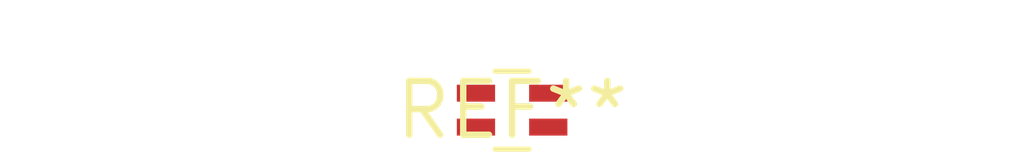
<source format=kicad_pcb>
(kicad_pcb (version 20240108) (generator pcbnew)
  (layers (0 "F.Cu" signal) (31 "B.Cu" signal) (34 "B.Paste" user) (35 "F.Paste" user) (36 "B.SilkS" user "B.Silkscreen") (37 "F.SilkS" user "F.Silkscreen") (38 "B.Mask" user) (39 "F.Mask" user) (44 "Edge.Cuts" user))
  (net 0 "")
  (footprint "R_Array_Concave_2x0603" (layer "F.Cu") (at 0 0)
    (property "Reference" "REF**")
    (property "Value" "R_Array_Concave_2x0603")
    (fp_line (start 0.4 -0.92) (end -0.4 -0.92) (layer "F.SilkS") (stroke (width 0.12)))
    (fp_line (start 0.4 0.92) (end -0.4 0.92) (layer "F.SilkS") (stroke (width 0.12)))
    (pad "1" smd rect (at -0.85 -0.4) (size 0.9 0.4) (layers "F.Cu" "F.Paste" "F.Mask"))
    (pad "2" smd rect (at -0.85 0.4) (size 0.9 0.4) (layers "F.Cu" "F.Paste" "F.Mask"))
    (pad "3" smd rect (at 0.85 0.4) (size 0.9 0.4) (layers "F.Cu" "F.Paste" "F.Mask"))
    (pad "4" smd rect (at 0.85 -0.4) (size 0.9 0.4) (layers "F.Cu" "F.Paste" "F.Mask"))
  )
)
</source>
